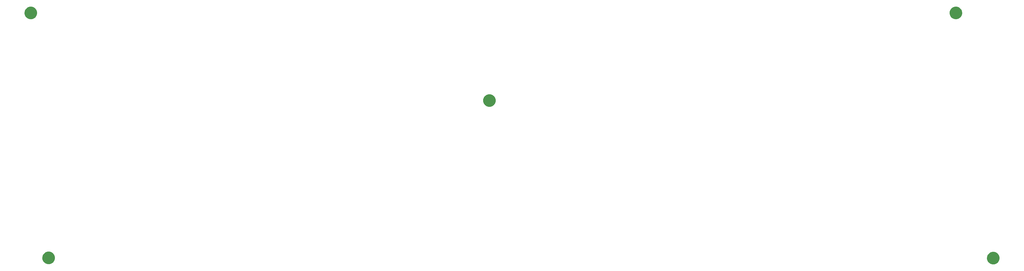
<source format=gts>
G04 #@! TF.GenerationSoftware,KiCad,Pcbnew,5.0.2-bee76a0~70~ubuntu18.04.1*
G04 #@! TF.CreationDate,2020-02-19T03:00:32+09:00*
G04 #@! TF.ProjectId,amatelus73,616d6174-656c-4757-9337-332e6b696361,rev?*
G04 #@! TF.SameCoordinates,Original*
G04 #@! TF.FileFunction,Soldermask,Top*
G04 #@! TF.FilePolarity,Negative*
%FSLAX46Y46*%
G04 Gerber Fmt 4.6, Leading zero omitted, Abs format (unit mm)*
G04 Created by KiCad (PCBNEW 5.0.2-bee76a0~70~ubuntu18.04.1) date 2020年02月19日 03時00分32秒*
%MOMM*%
%LPD*%
G01*
G04 APERTURE LIST*
%ADD10C,0.100000*%
G04 APERTURE END LIST*
D10*
G36*
X365433445Y-120004254D02*
X365781593Y-120073504D01*
X366191249Y-120243189D01*
X366559929Y-120489534D01*
X366873466Y-120803071D01*
X367119811Y-121171751D01*
X367289496Y-121581407D01*
X367340336Y-121837000D01*
X367376000Y-122016294D01*
X367376000Y-122459706D01*
X367358746Y-122546445D01*
X367289496Y-122894593D01*
X367119811Y-123304249D01*
X366873466Y-123672929D01*
X366559929Y-123986466D01*
X366191249Y-124232811D01*
X365781593Y-124402496D01*
X365433445Y-124471746D01*
X365346706Y-124489000D01*
X364903294Y-124489000D01*
X364816555Y-124471746D01*
X364468407Y-124402496D01*
X364058751Y-124232811D01*
X363690071Y-123986466D01*
X363376534Y-123672929D01*
X363130189Y-123304249D01*
X362960504Y-122894593D01*
X362891254Y-122546445D01*
X362874000Y-122459706D01*
X362874000Y-122016294D01*
X362909664Y-121837000D01*
X362960504Y-121581407D01*
X363130189Y-121171751D01*
X363376534Y-120803071D01*
X363690071Y-120489534D01*
X364058751Y-120243189D01*
X364468407Y-120073504D01*
X364816555Y-120004254D01*
X364903294Y-119987000D01*
X365346706Y-119987000D01*
X365433445Y-120004254D01*
X365433445Y-120004254D01*
G37*
G36*
X28883445Y-119940254D02*
X29231593Y-120009504D01*
X29641249Y-120179189D01*
X30009929Y-120425534D01*
X30323466Y-120739071D01*
X30569811Y-121107751D01*
X30739496Y-121517407D01*
X30790336Y-121773000D01*
X30826000Y-121952294D01*
X30826000Y-122395706D01*
X30813270Y-122459704D01*
X30739496Y-122830593D01*
X30569811Y-123240249D01*
X30323466Y-123608929D01*
X30009929Y-123922466D01*
X29641249Y-124168811D01*
X29231593Y-124338496D01*
X28909845Y-124402495D01*
X28796706Y-124425000D01*
X28353294Y-124425000D01*
X28240155Y-124402495D01*
X27918407Y-124338496D01*
X27508751Y-124168811D01*
X27140071Y-123922466D01*
X26826534Y-123608929D01*
X26580189Y-123240249D01*
X26410504Y-122830593D01*
X26336730Y-122459704D01*
X26324000Y-122395706D01*
X26324000Y-121952294D01*
X26359664Y-121773000D01*
X26410504Y-121517407D01*
X26580189Y-121107751D01*
X26826534Y-120739071D01*
X27140071Y-120425534D01*
X27508751Y-120179189D01*
X27918407Y-120009504D01*
X28266555Y-119940254D01*
X28353294Y-119923000D01*
X28796706Y-119923000D01*
X28883445Y-119940254D01*
X28883445Y-119940254D01*
G37*
G36*
X185918445Y-63679254D02*
X186266593Y-63748504D01*
X186676249Y-63918189D01*
X187044929Y-64164534D01*
X187358466Y-64478071D01*
X187604811Y-64846751D01*
X187774496Y-65256407D01*
X187825336Y-65512000D01*
X187861000Y-65691294D01*
X187861000Y-66134706D01*
X187843746Y-66221445D01*
X187774496Y-66569593D01*
X187604811Y-66979249D01*
X187358466Y-67347929D01*
X187044929Y-67661466D01*
X186676249Y-67907811D01*
X186266593Y-68077496D01*
X185918445Y-68146746D01*
X185831706Y-68164000D01*
X185388294Y-68164000D01*
X185301555Y-68146746D01*
X184953407Y-68077496D01*
X184543751Y-67907811D01*
X184175071Y-67661466D01*
X183861534Y-67347929D01*
X183615189Y-66979249D01*
X183445504Y-66569593D01*
X183376254Y-66221445D01*
X183359000Y-66134706D01*
X183359000Y-65691294D01*
X183394664Y-65512000D01*
X183445504Y-65256407D01*
X183615189Y-64846751D01*
X183861534Y-64478071D01*
X184175071Y-64164534D01*
X184543751Y-63918189D01*
X184953407Y-63748504D01*
X185301555Y-63679254D01*
X185388294Y-63662000D01*
X185831706Y-63662000D01*
X185918445Y-63679254D01*
X185918445Y-63679254D01*
G37*
G36*
X352098445Y-32373754D02*
X352446593Y-32443004D01*
X352856249Y-32612689D01*
X353224929Y-32859034D01*
X353538466Y-33172571D01*
X353784811Y-33541251D01*
X353954496Y-33950907D01*
X354005336Y-34206500D01*
X354041000Y-34385794D01*
X354041000Y-34829206D01*
X354023746Y-34915945D01*
X353954496Y-35264093D01*
X353784811Y-35673749D01*
X353538466Y-36042429D01*
X353224929Y-36355966D01*
X352856249Y-36602311D01*
X352446593Y-36771996D01*
X352098445Y-36841246D01*
X352011706Y-36858500D01*
X351568294Y-36858500D01*
X351481555Y-36841246D01*
X351133407Y-36771996D01*
X350723751Y-36602311D01*
X350355071Y-36355966D01*
X350041534Y-36042429D01*
X349795189Y-35673749D01*
X349625504Y-35264093D01*
X349556254Y-34915945D01*
X349539000Y-34829206D01*
X349539000Y-34385794D01*
X349574664Y-34206500D01*
X349625504Y-33950907D01*
X349795189Y-33541251D01*
X350041534Y-33172571D01*
X350355071Y-32859034D01*
X350723751Y-32612689D01*
X351133407Y-32443004D01*
X351481555Y-32373754D01*
X351568294Y-32356500D01*
X352011706Y-32356500D01*
X352098445Y-32373754D01*
X352098445Y-32373754D01*
G37*
G36*
X22533445Y-32373754D02*
X22881593Y-32443004D01*
X23291249Y-32612689D01*
X23659929Y-32859034D01*
X23973466Y-33172571D01*
X24219811Y-33541251D01*
X24389496Y-33950907D01*
X24440336Y-34206500D01*
X24476000Y-34385794D01*
X24476000Y-34829206D01*
X24458746Y-34915945D01*
X24389496Y-35264093D01*
X24219811Y-35673749D01*
X23973466Y-36042429D01*
X23659929Y-36355966D01*
X23291249Y-36602311D01*
X22881593Y-36771996D01*
X22533445Y-36841246D01*
X22446706Y-36858500D01*
X22003294Y-36858500D01*
X21916555Y-36841246D01*
X21568407Y-36771996D01*
X21158751Y-36602311D01*
X20790071Y-36355966D01*
X20476534Y-36042429D01*
X20230189Y-35673749D01*
X20060504Y-35264093D01*
X19991254Y-34915945D01*
X19974000Y-34829206D01*
X19974000Y-34385794D01*
X20009664Y-34206500D01*
X20060504Y-33950907D01*
X20230189Y-33541251D01*
X20476534Y-33172571D01*
X20790071Y-32859034D01*
X21158751Y-32612689D01*
X21568407Y-32443004D01*
X21916555Y-32373754D01*
X22003294Y-32356500D01*
X22446706Y-32356500D01*
X22533445Y-32373754D01*
X22533445Y-32373754D01*
G37*
M02*

</source>
